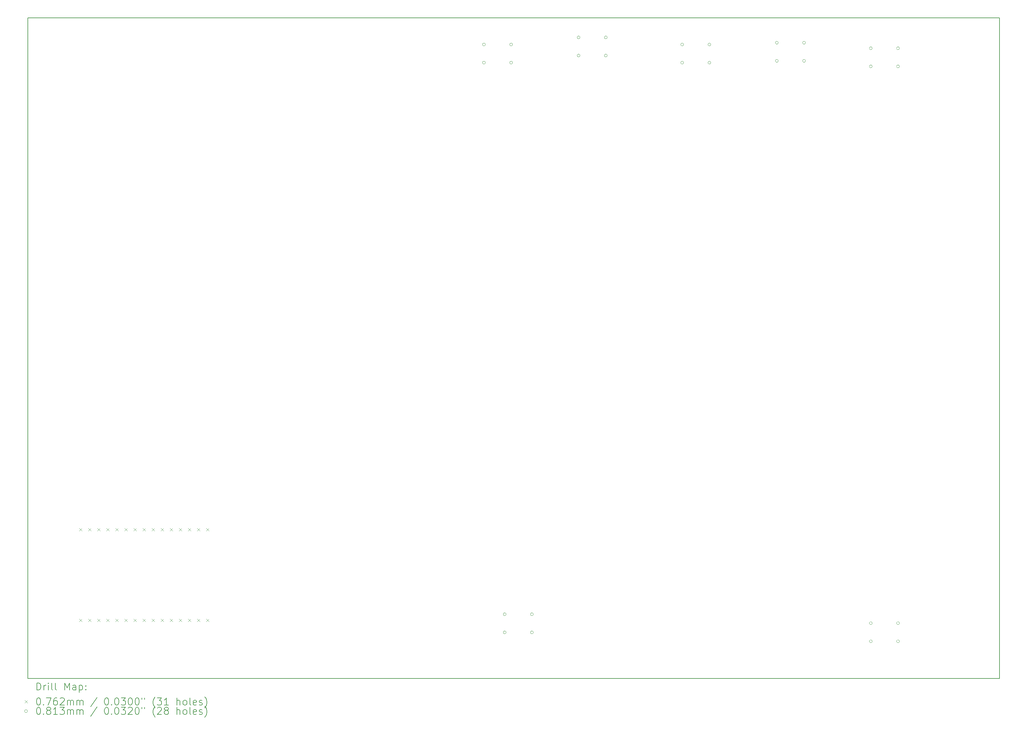
<source format=gbr>
%TF.GenerationSoftware,KiCad,Pcbnew,8.0.6*%
%TF.CreationDate,2024-11-12T14:45:22+00:00*%
%TF.ProjectId,A4,41342e6b-6963-4616-945f-706362585858,rev?*%
%TF.SameCoordinates,Original*%
%TF.FileFunction,Drillmap*%
%TF.FilePolarity,Positive*%
%FSLAX45Y45*%
G04 Gerber Fmt 4.5, Leading zero omitted, Abs format (unit mm)*
G04 Created by KiCad (PCBNEW 8.0.6) date 2024-11-12 14:45:22*
%MOMM*%
%LPD*%
G01*
G04 APERTURE LIST*
%ADD10C,0.200000*%
%ADD11C,0.100000*%
G04 APERTURE END LIST*
D10*
X2500000Y-2500000D02*
X29700000Y-2500000D01*
X29700000Y-21000000D01*
X2500000Y-21000000D01*
X2500000Y-2500000D01*
D11*
X3935220Y-16791900D02*
X4011420Y-16868100D01*
X4011420Y-16791900D02*
X3935220Y-16868100D01*
X3935220Y-19331900D02*
X4011420Y-19408100D01*
X4011420Y-19331900D02*
X3935220Y-19408100D01*
X4189220Y-16791900D02*
X4265420Y-16868100D01*
X4265420Y-16791900D02*
X4189220Y-16868100D01*
X4189220Y-19331900D02*
X4265420Y-19408100D01*
X4265420Y-19331900D02*
X4189220Y-19408100D01*
X4443220Y-16791900D02*
X4519420Y-16868100D01*
X4519420Y-16791900D02*
X4443220Y-16868100D01*
X4443220Y-19331900D02*
X4519420Y-19408100D01*
X4519420Y-19331900D02*
X4443220Y-19408100D01*
X4697220Y-16791900D02*
X4773420Y-16868100D01*
X4773420Y-16791900D02*
X4697220Y-16868100D01*
X4697220Y-16791900D02*
X4773420Y-16868100D01*
X4773420Y-16791900D02*
X4697220Y-16868100D01*
X4697220Y-19331900D02*
X4773420Y-19408100D01*
X4773420Y-19331900D02*
X4697220Y-19408100D01*
X4951220Y-16791900D02*
X5027420Y-16868100D01*
X5027420Y-16791900D02*
X4951220Y-16868100D01*
X4951220Y-19331900D02*
X5027420Y-19408100D01*
X5027420Y-19331900D02*
X4951220Y-19408100D01*
X5205220Y-16791900D02*
X5281420Y-16868100D01*
X5281420Y-16791900D02*
X5205220Y-16868100D01*
X5205220Y-19331900D02*
X5281420Y-19408100D01*
X5281420Y-19331900D02*
X5205220Y-19408100D01*
X5459220Y-16791900D02*
X5535420Y-16868100D01*
X5535420Y-16791900D02*
X5459220Y-16868100D01*
X5459220Y-19331900D02*
X5535420Y-19408100D01*
X5535420Y-19331900D02*
X5459220Y-19408100D01*
X5713220Y-16791900D02*
X5789420Y-16868100D01*
X5789420Y-16791900D02*
X5713220Y-16868100D01*
X5713220Y-19331900D02*
X5789420Y-19408100D01*
X5789420Y-19331900D02*
X5713220Y-19408100D01*
X5967220Y-16791900D02*
X6043420Y-16868100D01*
X6043420Y-16791900D02*
X5967220Y-16868100D01*
X5967220Y-19331900D02*
X6043420Y-19408100D01*
X6043420Y-19331900D02*
X5967220Y-19408100D01*
X6221220Y-16791900D02*
X6297420Y-16868100D01*
X6297420Y-16791900D02*
X6221220Y-16868100D01*
X6221220Y-19331900D02*
X6297420Y-19408100D01*
X6297420Y-19331900D02*
X6221220Y-19408100D01*
X6475220Y-16791900D02*
X6551420Y-16868100D01*
X6551420Y-16791900D02*
X6475220Y-16868100D01*
X6475220Y-19331900D02*
X6551420Y-19408100D01*
X6551420Y-19331900D02*
X6475220Y-19408100D01*
X6729220Y-16791900D02*
X6805420Y-16868100D01*
X6805420Y-16791900D02*
X6729220Y-16868100D01*
X6729220Y-19331900D02*
X6805420Y-19408100D01*
X6805420Y-19331900D02*
X6729220Y-19408100D01*
X6983220Y-16791900D02*
X7059420Y-16868100D01*
X7059420Y-16791900D02*
X6983220Y-16868100D01*
X6983220Y-19331900D02*
X7059420Y-19408100D01*
X7059420Y-19331900D02*
X6983220Y-19408100D01*
X7237220Y-16791900D02*
X7313420Y-16868100D01*
X7313420Y-16791900D02*
X7237220Y-16868100D01*
X7237220Y-19331900D02*
X7313420Y-19408100D01*
X7313420Y-19331900D02*
X7237220Y-19408100D01*
X7491220Y-16791900D02*
X7567420Y-16868100D01*
X7567420Y-16791900D02*
X7491220Y-16868100D01*
X7491220Y-19331900D02*
X7567420Y-19408100D01*
X7567420Y-19331900D02*
X7491220Y-19408100D01*
X15309640Y-3246000D02*
G75*
G02*
X15228360Y-3246000I-40640J0D01*
G01*
X15228360Y-3246000D02*
G75*
G02*
X15309640Y-3246000I40640J0D01*
G01*
X15309640Y-3754000D02*
G75*
G02*
X15228360Y-3754000I-40640J0D01*
G01*
X15228360Y-3754000D02*
G75*
G02*
X15309640Y-3754000I40640J0D01*
G01*
X15890640Y-19200000D02*
G75*
G02*
X15809360Y-19200000I-40640J0D01*
G01*
X15809360Y-19200000D02*
G75*
G02*
X15890640Y-19200000I40640J0D01*
G01*
X15890640Y-19708000D02*
G75*
G02*
X15809360Y-19708000I-40640J0D01*
G01*
X15809360Y-19708000D02*
G75*
G02*
X15890640Y-19708000I40640J0D01*
G01*
X16071640Y-3246000D02*
G75*
G02*
X15990360Y-3246000I-40640J0D01*
G01*
X15990360Y-3246000D02*
G75*
G02*
X16071640Y-3246000I40640J0D01*
G01*
X16071640Y-3754000D02*
G75*
G02*
X15990360Y-3754000I-40640J0D01*
G01*
X15990360Y-3754000D02*
G75*
G02*
X16071640Y-3754000I40640J0D01*
G01*
X16652640Y-19200000D02*
G75*
G02*
X16571360Y-19200000I-40640J0D01*
G01*
X16571360Y-19200000D02*
G75*
G02*
X16652640Y-19200000I40640J0D01*
G01*
X16652640Y-19708000D02*
G75*
G02*
X16571360Y-19708000I-40640J0D01*
G01*
X16571360Y-19708000D02*
G75*
G02*
X16652640Y-19708000I40640J0D01*
G01*
X17959640Y-3046000D02*
G75*
G02*
X17878360Y-3046000I-40640J0D01*
G01*
X17878360Y-3046000D02*
G75*
G02*
X17959640Y-3046000I40640J0D01*
G01*
X17959640Y-3554000D02*
G75*
G02*
X17878360Y-3554000I-40640J0D01*
G01*
X17878360Y-3554000D02*
G75*
G02*
X17959640Y-3554000I40640J0D01*
G01*
X18721640Y-3046000D02*
G75*
G02*
X18640360Y-3046000I-40640J0D01*
G01*
X18640360Y-3046000D02*
G75*
G02*
X18721640Y-3046000I40640J0D01*
G01*
X18721640Y-3554000D02*
G75*
G02*
X18640360Y-3554000I-40640J0D01*
G01*
X18640360Y-3554000D02*
G75*
G02*
X18721640Y-3554000I40640J0D01*
G01*
X20859640Y-3246000D02*
G75*
G02*
X20778360Y-3246000I-40640J0D01*
G01*
X20778360Y-3246000D02*
G75*
G02*
X20859640Y-3246000I40640J0D01*
G01*
X20859640Y-3754000D02*
G75*
G02*
X20778360Y-3754000I-40640J0D01*
G01*
X20778360Y-3754000D02*
G75*
G02*
X20859640Y-3754000I40640J0D01*
G01*
X21621640Y-3246000D02*
G75*
G02*
X21540360Y-3246000I-40640J0D01*
G01*
X21540360Y-3246000D02*
G75*
G02*
X21621640Y-3246000I40640J0D01*
G01*
X21621640Y-3754000D02*
G75*
G02*
X21540360Y-3754000I-40640J0D01*
G01*
X21540360Y-3754000D02*
G75*
G02*
X21621640Y-3754000I40640J0D01*
G01*
X23509640Y-3196000D02*
G75*
G02*
X23428360Y-3196000I-40640J0D01*
G01*
X23428360Y-3196000D02*
G75*
G02*
X23509640Y-3196000I40640J0D01*
G01*
X23509640Y-3704000D02*
G75*
G02*
X23428360Y-3704000I-40640J0D01*
G01*
X23428360Y-3704000D02*
G75*
G02*
X23509640Y-3704000I40640J0D01*
G01*
X24271640Y-3196000D02*
G75*
G02*
X24190360Y-3196000I-40640J0D01*
G01*
X24190360Y-3196000D02*
G75*
G02*
X24271640Y-3196000I40640J0D01*
G01*
X24271640Y-3704000D02*
G75*
G02*
X24190360Y-3704000I-40640J0D01*
G01*
X24190360Y-3704000D02*
G75*
G02*
X24271640Y-3704000I40640J0D01*
G01*
X26140640Y-3350000D02*
G75*
G02*
X26059360Y-3350000I-40640J0D01*
G01*
X26059360Y-3350000D02*
G75*
G02*
X26140640Y-3350000I40640J0D01*
G01*
X26140640Y-3858000D02*
G75*
G02*
X26059360Y-3858000I-40640J0D01*
G01*
X26059360Y-3858000D02*
G75*
G02*
X26140640Y-3858000I40640J0D01*
G01*
X26140640Y-19450000D02*
G75*
G02*
X26059360Y-19450000I-40640J0D01*
G01*
X26059360Y-19450000D02*
G75*
G02*
X26140640Y-19450000I40640J0D01*
G01*
X26140640Y-19958000D02*
G75*
G02*
X26059360Y-19958000I-40640J0D01*
G01*
X26059360Y-19958000D02*
G75*
G02*
X26140640Y-19958000I40640J0D01*
G01*
X26902640Y-3350000D02*
G75*
G02*
X26821360Y-3350000I-40640J0D01*
G01*
X26821360Y-3350000D02*
G75*
G02*
X26902640Y-3350000I40640J0D01*
G01*
X26902640Y-3858000D02*
G75*
G02*
X26821360Y-3858000I-40640J0D01*
G01*
X26821360Y-3858000D02*
G75*
G02*
X26902640Y-3858000I40640J0D01*
G01*
X26902640Y-19450000D02*
G75*
G02*
X26821360Y-19450000I-40640J0D01*
G01*
X26821360Y-19450000D02*
G75*
G02*
X26902640Y-19450000I40640J0D01*
G01*
X26902640Y-19958000D02*
G75*
G02*
X26821360Y-19958000I-40640J0D01*
G01*
X26821360Y-19958000D02*
G75*
G02*
X26902640Y-19958000I40640J0D01*
G01*
D10*
X2750777Y-21321484D02*
X2750777Y-21121484D01*
X2750777Y-21121484D02*
X2798396Y-21121484D01*
X2798396Y-21121484D02*
X2826967Y-21131008D01*
X2826967Y-21131008D02*
X2846015Y-21150055D01*
X2846015Y-21150055D02*
X2855539Y-21169103D01*
X2855539Y-21169103D02*
X2865062Y-21207198D01*
X2865062Y-21207198D02*
X2865062Y-21235770D01*
X2865062Y-21235770D02*
X2855539Y-21273865D01*
X2855539Y-21273865D02*
X2846015Y-21292912D01*
X2846015Y-21292912D02*
X2826967Y-21311960D01*
X2826967Y-21311960D02*
X2798396Y-21321484D01*
X2798396Y-21321484D02*
X2750777Y-21321484D01*
X2950777Y-21321484D02*
X2950777Y-21188150D01*
X2950777Y-21226246D02*
X2960301Y-21207198D01*
X2960301Y-21207198D02*
X2969824Y-21197674D01*
X2969824Y-21197674D02*
X2988872Y-21188150D01*
X2988872Y-21188150D02*
X3007920Y-21188150D01*
X3074586Y-21321484D02*
X3074586Y-21188150D01*
X3074586Y-21121484D02*
X3065062Y-21131008D01*
X3065062Y-21131008D02*
X3074586Y-21140531D01*
X3074586Y-21140531D02*
X3084110Y-21131008D01*
X3084110Y-21131008D02*
X3074586Y-21121484D01*
X3074586Y-21121484D02*
X3074586Y-21140531D01*
X3198396Y-21321484D02*
X3179348Y-21311960D01*
X3179348Y-21311960D02*
X3169824Y-21292912D01*
X3169824Y-21292912D02*
X3169824Y-21121484D01*
X3303158Y-21321484D02*
X3284110Y-21311960D01*
X3284110Y-21311960D02*
X3274586Y-21292912D01*
X3274586Y-21292912D02*
X3274586Y-21121484D01*
X3531729Y-21321484D02*
X3531729Y-21121484D01*
X3531729Y-21121484D02*
X3598396Y-21264341D01*
X3598396Y-21264341D02*
X3665062Y-21121484D01*
X3665062Y-21121484D02*
X3665062Y-21321484D01*
X3846015Y-21321484D02*
X3846015Y-21216722D01*
X3846015Y-21216722D02*
X3836491Y-21197674D01*
X3836491Y-21197674D02*
X3817443Y-21188150D01*
X3817443Y-21188150D02*
X3779348Y-21188150D01*
X3779348Y-21188150D02*
X3760301Y-21197674D01*
X3846015Y-21311960D02*
X3826967Y-21321484D01*
X3826967Y-21321484D02*
X3779348Y-21321484D01*
X3779348Y-21321484D02*
X3760301Y-21311960D01*
X3760301Y-21311960D02*
X3750777Y-21292912D01*
X3750777Y-21292912D02*
X3750777Y-21273865D01*
X3750777Y-21273865D02*
X3760301Y-21254817D01*
X3760301Y-21254817D02*
X3779348Y-21245293D01*
X3779348Y-21245293D02*
X3826967Y-21245293D01*
X3826967Y-21245293D02*
X3846015Y-21235770D01*
X3941253Y-21188150D02*
X3941253Y-21388150D01*
X3941253Y-21197674D02*
X3960301Y-21188150D01*
X3960301Y-21188150D02*
X3998396Y-21188150D01*
X3998396Y-21188150D02*
X4017443Y-21197674D01*
X4017443Y-21197674D02*
X4026967Y-21207198D01*
X4026967Y-21207198D02*
X4036491Y-21226246D01*
X4036491Y-21226246D02*
X4036491Y-21283389D01*
X4036491Y-21283389D02*
X4026967Y-21302436D01*
X4026967Y-21302436D02*
X4017443Y-21311960D01*
X4017443Y-21311960D02*
X3998396Y-21321484D01*
X3998396Y-21321484D02*
X3960301Y-21321484D01*
X3960301Y-21321484D02*
X3941253Y-21311960D01*
X4122205Y-21302436D02*
X4131729Y-21311960D01*
X4131729Y-21311960D02*
X4122205Y-21321484D01*
X4122205Y-21321484D02*
X4112682Y-21311960D01*
X4112682Y-21311960D02*
X4122205Y-21302436D01*
X4122205Y-21302436D02*
X4122205Y-21321484D01*
X4122205Y-21197674D02*
X4131729Y-21207198D01*
X4131729Y-21207198D02*
X4122205Y-21216722D01*
X4122205Y-21216722D02*
X4112682Y-21207198D01*
X4112682Y-21207198D02*
X4122205Y-21197674D01*
X4122205Y-21197674D02*
X4122205Y-21216722D01*
D11*
X2413800Y-21611900D02*
X2490000Y-21688100D01*
X2490000Y-21611900D02*
X2413800Y-21688100D01*
D10*
X2788872Y-21541484D02*
X2807920Y-21541484D01*
X2807920Y-21541484D02*
X2826967Y-21551008D01*
X2826967Y-21551008D02*
X2836491Y-21560531D01*
X2836491Y-21560531D02*
X2846015Y-21579579D01*
X2846015Y-21579579D02*
X2855539Y-21617674D01*
X2855539Y-21617674D02*
X2855539Y-21665293D01*
X2855539Y-21665293D02*
X2846015Y-21703389D01*
X2846015Y-21703389D02*
X2836491Y-21722436D01*
X2836491Y-21722436D02*
X2826967Y-21731960D01*
X2826967Y-21731960D02*
X2807920Y-21741484D01*
X2807920Y-21741484D02*
X2788872Y-21741484D01*
X2788872Y-21741484D02*
X2769824Y-21731960D01*
X2769824Y-21731960D02*
X2760301Y-21722436D01*
X2760301Y-21722436D02*
X2750777Y-21703389D01*
X2750777Y-21703389D02*
X2741253Y-21665293D01*
X2741253Y-21665293D02*
X2741253Y-21617674D01*
X2741253Y-21617674D02*
X2750777Y-21579579D01*
X2750777Y-21579579D02*
X2760301Y-21560531D01*
X2760301Y-21560531D02*
X2769824Y-21551008D01*
X2769824Y-21551008D02*
X2788872Y-21541484D01*
X2941253Y-21722436D02*
X2950777Y-21731960D01*
X2950777Y-21731960D02*
X2941253Y-21741484D01*
X2941253Y-21741484D02*
X2931729Y-21731960D01*
X2931729Y-21731960D02*
X2941253Y-21722436D01*
X2941253Y-21722436D02*
X2941253Y-21741484D01*
X3017443Y-21541484D02*
X3150777Y-21541484D01*
X3150777Y-21541484D02*
X3065062Y-21741484D01*
X3312682Y-21541484D02*
X3274586Y-21541484D01*
X3274586Y-21541484D02*
X3255539Y-21551008D01*
X3255539Y-21551008D02*
X3246015Y-21560531D01*
X3246015Y-21560531D02*
X3226967Y-21589103D01*
X3226967Y-21589103D02*
X3217443Y-21627198D01*
X3217443Y-21627198D02*
X3217443Y-21703389D01*
X3217443Y-21703389D02*
X3226967Y-21722436D01*
X3226967Y-21722436D02*
X3236491Y-21731960D01*
X3236491Y-21731960D02*
X3255539Y-21741484D01*
X3255539Y-21741484D02*
X3293634Y-21741484D01*
X3293634Y-21741484D02*
X3312682Y-21731960D01*
X3312682Y-21731960D02*
X3322205Y-21722436D01*
X3322205Y-21722436D02*
X3331729Y-21703389D01*
X3331729Y-21703389D02*
X3331729Y-21655770D01*
X3331729Y-21655770D02*
X3322205Y-21636722D01*
X3322205Y-21636722D02*
X3312682Y-21627198D01*
X3312682Y-21627198D02*
X3293634Y-21617674D01*
X3293634Y-21617674D02*
X3255539Y-21617674D01*
X3255539Y-21617674D02*
X3236491Y-21627198D01*
X3236491Y-21627198D02*
X3226967Y-21636722D01*
X3226967Y-21636722D02*
X3217443Y-21655770D01*
X3407920Y-21560531D02*
X3417443Y-21551008D01*
X3417443Y-21551008D02*
X3436491Y-21541484D01*
X3436491Y-21541484D02*
X3484110Y-21541484D01*
X3484110Y-21541484D02*
X3503158Y-21551008D01*
X3503158Y-21551008D02*
X3512682Y-21560531D01*
X3512682Y-21560531D02*
X3522205Y-21579579D01*
X3522205Y-21579579D02*
X3522205Y-21598627D01*
X3522205Y-21598627D02*
X3512682Y-21627198D01*
X3512682Y-21627198D02*
X3398396Y-21741484D01*
X3398396Y-21741484D02*
X3522205Y-21741484D01*
X3607920Y-21741484D02*
X3607920Y-21608150D01*
X3607920Y-21627198D02*
X3617443Y-21617674D01*
X3617443Y-21617674D02*
X3636491Y-21608150D01*
X3636491Y-21608150D02*
X3665063Y-21608150D01*
X3665063Y-21608150D02*
X3684110Y-21617674D01*
X3684110Y-21617674D02*
X3693634Y-21636722D01*
X3693634Y-21636722D02*
X3693634Y-21741484D01*
X3693634Y-21636722D02*
X3703158Y-21617674D01*
X3703158Y-21617674D02*
X3722205Y-21608150D01*
X3722205Y-21608150D02*
X3750777Y-21608150D01*
X3750777Y-21608150D02*
X3769824Y-21617674D01*
X3769824Y-21617674D02*
X3779348Y-21636722D01*
X3779348Y-21636722D02*
X3779348Y-21741484D01*
X3874586Y-21741484D02*
X3874586Y-21608150D01*
X3874586Y-21627198D02*
X3884110Y-21617674D01*
X3884110Y-21617674D02*
X3903158Y-21608150D01*
X3903158Y-21608150D02*
X3931729Y-21608150D01*
X3931729Y-21608150D02*
X3950777Y-21617674D01*
X3950777Y-21617674D02*
X3960301Y-21636722D01*
X3960301Y-21636722D02*
X3960301Y-21741484D01*
X3960301Y-21636722D02*
X3969824Y-21617674D01*
X3969824Y-21617674D02*
X3988872Y-21608150D01*
X3988872Y-21608150D02*
X4017443Y-21608150D01*
X4017443Y-21608150D02*
X4036491Y-21617674D01*
X4036491Y-21617674D02*
X4046015Y-21636722D01*
X4046015Y-21636722D02*
X4046015Y-21741484D01*
X4436491Y-21531960D02*
X4265063Y-21789103D01*
X4693634Y-21541484D02*
X4712682Y-21541484D01*
X4712682Y-21541484D02*
X4731729Y-21551008D01*
X4731729Y-21551008D02*
X4741253Y-21560531D01*
X4741253Y-21560531D02*
X4750777Y-21579579D01*
X4750777Y-21579579D02*
X4760301Y-21617674D01*
X4760301Y-21617674D02*
X4760301Y-21665293D01*
X4760301Y-21665293D02*
X4750777Y-21703389D01*
X4750777Y-21703389D02*
X4741253Y-21722436D01*
X4741253Y-21722436D02*
X4731729Y-21731960D01*
X4731729Y-21731960D02*
X4712682Y-21741484D01*
X4712682Y-21741484D02*
X4693634Y-21741484D01*
X4693634Y-21741484D02*
X4674587Y-21731960D01*
X4674587Y-21731960D02*
X4665063Y-21722436D01*
X4665063Y-21722436D02*
X4655539Y-21703389D01*
X4655539Y-21703389D02*
X4646015Y-21665293D01*
X4646015Y-21665293D02*
X4646015Y-21617674D01*
X4646015Y-21617674D02*
X4655539Y-21579579D01*
X4655539Y-21579579D02*
X4665063Y-21560531D01*
X4665063Y-21560531D02*
X4674587Y-21551008D01*
X4674587Y-21551008D02*
X4693634Y-21541484D01*
X4846015Y-21722436D02*
X4855539Y-21731960D01*
X4855539Y-21731960D02*
X4846015Y-21741484D01*
X4846015Y-21741484D02*
X4836491Y-21731960D01*
X4836491Y-21731960D02*
X4846015Y-21722436D01*
X4846015Y-21722436D02*
X4846015Y-21741484D01*
X4979348Y-21541484D02*
X4998396Y-21541484D01*
X4998396Y-21541484D02*
X5017444Y-21551008D01*
X5017444Y-21551008D02*
X5026968Y-21560531D01*
X5026968Y-21560531D02*
X5036491Y-21579579D01*
X5036491Y-21579579D02*
X5046015Y-21617674D01*
X5046015Y-21617674D02*
X5046015Y-21665293D01*
X5046015Y-21665293D02*
X5036491Y-21703389D01*
X5036491Y-21703389D02*
X5026968Y-21722436D01*
X5026968Y-21722436D02*
X5017444Y-21731960D01*
X5017444Y-21731960D02*
X4998396Y-21741484D01*
X4998396Y-21741484D02*
X4979348Y-21741484D01*
X4979348Y-21741484D02*
X4960301Y-21731960D01*
X4960301Y-21731960D02*
X4950777Y-21722436D01*
X4950777Y-21722436D02*
X4941253Y-21703389D01*
X4941253Y-21703389D02*
X4931729Y-21665293D01*
X4931729Y-21665293D02*
X4931729Y-21617674D01*
X4931729Y-21617674D02*
X4941253Y-21579579D01*
X4941253Y-21579579D02*
X4950777Y-21560531D01*
X4950777Y-21560531D02*
X4960301Y-21551008D01*
X4960301Y-21551008D02*
X4979348Y-21541484D01*
X5112682Y-21541484D02*
X5236491Y-21541484D01*
X5236491Y-21541484D02*
X5169825Y-21617674D01*
X5169825Y-21617674D02*
X5198396Y-21617674D01*
X5198396Y-21617674D02*
X5217444Y-21627198D01*
X5217444Y-21627198D02*
X5226968Y-21636722D01*
X5226968Y-21636722D02*
X5236491Y-21655770D01*
X5236491Y-21655770D02*
X5236491Y-21703389D01*
X5236491Y-21703389D02*
X5226968Y-21722436D01*
X5226968Y-21722436D02*
X5217444Y-21731960D01*
X5217444Y-21731960D02*
X5198396Y-21741484D01*
X5198396Y-21741484D02*
X5141253Y-21741484D01*
X5141253Y-21741484D02*
X5122206Y-21731960D01*
X5122206Y-21731960D02*
X5112682Y-21722436D01*
X5360301Y-21541484D02*
X5379349Y-21541484D01*
X5379349Y-21541484D02*
X5398396Y-21551008D01*
X5398396Y-21551008D02*
X5407920Y-21560531D01*
X5407920Y-21560531D02*
X5417444Y-21579579D01*
X5417444Y-21579579D02*
X5426968Y-21617674D01*
X5426968Y-21617674D02*
X5426968Y-21665293D01*
X5426968Y-21665293D02*
X5417444Y-21703389D01*
X5417444Y-21703389D02*
X5407920Y-21722436D01*
X5407920Y-21722436D02*
X5398396Y-21731960D01*
X5398396Y-21731960D02*
X5379349Y-21741484D01*
X5379349Y-21741484D02*
X5360301Y-21741484D01*
X5360301Y-21741484D02*
X5341253Y-21731960D01*
X5341253Y-21731960D02*
X5331729Y-21722436D01*
X5331729Y-21722436D02*
X5322206Y-21703389D01*
X5322206Y-21703389D02*
X5312682Y-21665293D01*
X5312682Y-21665293D02*
X5312682Y-21617674D01*
X5312682Y-21617674D02*
X5322206Y-21579579D01*
X5322206Y-21579579D02*
X5331729Y-21560531D01*
X5331729Y-21560531D02*
X5341253Y-21551008D01*
X5341253Y-21551008D02*
X5360301Y-21541484D01*
X5550777Y-21541484D02*
X5569825Y-21541484D01*
X5569825Y-21541484D02*
X5588872Y-21551008D01*
X5588872Y-21551008D02*
X5598396Y-21560531D01*
X5598396Y-21560531D02*
X5607920Y-21579579D01*
X5607920Y-21579579D02*
X5617444Y-21617674D01*
X5617444Y-21617674D02*
X5617444Y-21665293D01*
X5617444Y-21665293D02*
X5607920Y-21703389D01*
X5607920Y-21703389D02*
X5598396Y-21722436D01*
X5598396Y-21722436D02*
X5588872Y-21731960D01*
X5588872Y-21731960D02*
X5569825Y-21741484D01*
X5569825Y-21741484D02*
X5550777Y-21741484D01*
X5550777Y-21741484D02*
X5531729Y-21731960D01*
X5531729Y-21731960D02*
X5522206Y-21722436D01*
X5522206Y-21722436D02*
X5512682Y-21703389D01*
X5512682Y-21703389D02*
X5503158Y-21665293D01*
X5503158Y-21665293D02*
X5503158Y-21617674D01*
X5503158Y-21617674D02*
X5512682Y-21579579D01*
X5512682Y-21579579D02*
X5522206Y-21560531D01*
X5522206Y-21560531D02*
X5531729Y-21551008D01*
X5531729Y-21551008D02*
X5550777Y-21541484D01*
X5693634Y-21541484D02*
X5693634Y-21579579D01*
X5769825Y-21541484D02*
X5769825Y-21579579D01*
X6065063Y-21817674D02*
X6055539Y-21808150D01*
X6055539Y-21808150D02*
X6036491Y-21779579D01*
X6036491Y-21779579D02*
X6026968Y-21760531D01*
X6026968Y-21760531D02*
X6017444Y-21731960D01*
X6017444Y-21731960D02*
X6007920Y-21684341D01*
X6007920Y-21684341D02*
X6007920Y-21646246D01*
X6007920Y-21646246D02*
X6017444Y-21598627D01*
X6017444Y-21598627D02*
X6026968Y-21570055D01*
X6026968Y-21570055D02*
X6036491Y-21551008D01*
X6036491Y-21551008D02*
X6055539Y-21522436D01*
X6055539Y-21522436D02*
X6065063Y-21512912D01*
X6122206Y-21541484D02*
X6246015Y-21541484D01*
X6246015Y-21541484D02*
X6179348Y-21617674D01*
X6179348Y-21617674D02*
X6207920Y-21617674D01*
X6207920Y-21617674D02*
X6226968Y-21627198D01*
X6226968Y-21627198D02*
X6236491Y-21636722D01*
X6236491Y-21636722D02*
X6246015Y-21655770D01*
X6246015Y-21655770D02*
X6246015Y-21703389D01*
X6246015Y-21703389D02*
X6236491Y-21722436D01*
X6236491Y-21722436D02*
X6226968Y-21731960D01*
X6226968Y-21731960D02*
X6207920Y-21741484D01*
X6207920Y-21741484D02*
X6150777Y-21741484D01*
X6150777Y-21741484D02*
X6131729Y-21731960D01*
X6131729Y-21731960D02*
X6122206Y-21722436D01*
X6436491Y-21741484D02*
X6322206Y-21741484D01*
X6379348Y-21741484D02*
X6379348Y-21541484D01*
X6379348Y-21541484D02*
X6360301Y-21570055D01*
X6360301Y-21570055D02*
X6341253Y-21589103D01*
X6341253Y-21589103D02*
X6322206Y-21598627D01*
X6674587Y-21741484D02*
X6674587Y-21541484D01*
X6760301Y-21741484D02*
X6760301Y-21636722D01*
X6760301Y-21636722D02*
X6750777Y-21617674D01*
X6750777Y-21617674D02*
X6731730Y-21608150D01*
X6731730Y-21608150D02*
X6703158Y-21608150D01*
X6703158Y-21608150D02*
X6684110Y-21617674D01*
X6684110Y-21617674D02*
X6674587Y-21627198D01*
X6884110Y-21741484D02*
X6865063Y-21731960D01*
X6865063Y-21731960D02*
X6855539Y-21722436D01*
X6855539Y-21722436D02*
X6846015Y-21703389D01*
X6846015Y-21703389D02*
X6846015Y-21646246D01*
X6846015Y-21646246D02*
X6855539Y-21627198D01*
X6855539Y-21627198D02*
X6865063Y-21617674D01*
X6865063Y-21617674D02*
X6884110Y-21608150D01*
X6884110Y-21608150D02*
X6912682Y-21608150D01*
X6912682Y-21608150D02*
X6931730Y-21617674D01*
X6931730Y-21617674D02*
X6941253Y-21627198D01*
X6941253Y-21627198D02*
X6950777Y-21646246D01*
X6950777Y-21646246D02*
X6950777Y-21703389D01*
X6950777Y-21703389D02*
X6941253Y-21722436D01*
X6941253Y-21722436D02*
X6931730Y-21731960D01*
X6931730Y-21731960D02*
X6912682Y-21741484D01*
X6912682Y-21741484D02*
X6884110Y-21741484D01*
X7065063Y-21741484D02*
X7046015Y-21731960D01*
X7046015Y-21731960D02*
X7036491Y-21712912D01*
X7036491Y-21712912D02*
X7036491Y-21541484D01*
X7217444Y-21731960D02*
X7198396Y-21741484D01*
X7198396Y-21741484D02*
X7160301Y-21741484D01*
X7160301Y-21741484D02*
X7141253Y-21731960D01*
X7141253Y-21731960D02*
X7131730Y-21712912D01*
X7131730Y-21712912D02*
X7131730Y-21636722D01*
X7131730Y-21636722D02*
X7141253Y-21617674D01*
X7141253Y-21617674D02*
X7160301Y-21608150D01*
X7160301Y-21608150D02*
X7198396Y-21608150D01*
X7198396Y-21608150D02*
X7217444Y-21617674D01*
X7217444Y-21617674D02*
X7226968Y-21636722D01*
X7226968Y-21636722D02*
X7226968Y-21655770D01*
X7226968Y-21655770D02*
X7131730Y-21674817D01*
X7303158Y-21731960D02*
X7322206Y-21741484D01*
X7322206Y-21741484D02*
X7360301Y-21741484D01*
X7360301Y-21741484D02*
X7379349Y-21731960D01*
X7379349Y-21731960D02*
X7388872Y-21712912D01*
X7388872Y-21712912D02*
X7388872Y-21703389D01*
X7388872Y-21703389D02*
X7379349Y-21684341D01*
X7379349Y-21684341D02*
X7360301Y-21674817D01*
X7360301Y-21674817D02*
X7331730Y-21674817D01*
X7331730Y-21674817D02*
X7312682Y-21665293D01*
X7312682Y-21665293D02*
X7303158Y-21646246D01*
X7303158Y-21646246D02*
X7303158Y-21636722D01*
X7303158Y-21636722D02*
X7312682Y-21617674D01*
X7312682Y-21617674D02*
X7331730Y-21608150D01*
X7331730Y-21608150D02*
X7360301Y-21608150D01*
X7360301Y-21608150D02*
X7379349Y-21617674D01*
X7455539Y-21817674D02*
X7465063Y-21808150D01*
X7465063Y-21808150D02*
X7484111Y-21779579D01*
X7484111Y-21779579D02*
X7493634Y-21760531D01*
X7493634Y-21760531D02*
X7503158Y-21731960D01*
X7503158Y-21731960D02*
X7512682Y-21684341D01*
X7512682Y-21684341D02*
X7512682Y-21646246D01*
X7512682Y-21646246D02*
X7503158Y-21598627D01*
X7503158Y-21598627D02*
X7493634Y-21570055D01*
X7493634Y-21570055D02*
X7484111Y-21551008D01*
X7484111Y-21551008D02*
X7465063Y-21522436D01*
X7465063Y-21522436D02*
X7455539Y-21512912D01*
D11*
X2490000Y-21914000D02*
G75*
G02*
X2408720Y-21914000I-40640J0D01*
G01*
X2408720Y-21914000D02*
G75*
G02*
X2490000Y-21914000I40640J0D01*
G01*
D10*
X2788872Y-21805484D02*
X2807920Y-21805484D01*
X2807920Y-21805484D02*
X2826967Y-21815008D01*
X2826967Y-21815008D02*
X2836491Y-21824531D01*
X2836491Y-21824531D02*
X2846015Y-21843579D01*
X2846015Y-21843579D02*
X2855539Y-21881674D01*
X2855539Y-21881674D02*
X2855539Y-21929293D01*
X2855539Y-21929293D02*
X2846015Y-21967389D01*
X2846015Y-21967389D02*
X2836491Y-21986436D01*
X2836491Y-21986436D02*
X2826967Y-21995960D01*
X2826967Y-21995960D02*
X2807920Y-22005484D01*
X2807920Y-22005484D02*
X2788872Y-22005484D01*
X2788872Y-22005484D02*
X2769824Y-21995960D01*
X2769824Y-21995960D02*
X2760301Y-21986436D01*
X2760301Y-21986436D02*
X2750777Y-21967389D01*
X2750777Y-21967389D02*
X2741253Y-21929293D01*
X2741253Y-21929293D02*
X2741253Y-21881674D01*
X2741253Y-21881674D02*
X2750777Y-21843579D01*
X2750777Y-21843579D02*
X2760301Y-21824531D01*
X2760301Y-21824531D02*
X2769824Y-21815008D01*
X2769824Y-21815008D02*
X2788872Y-21805484D01*
X2941253Y-21986436D02*
X2950777Y-21995960D01*
X2950777Y-21995960D02*
X2941253Y-22005484D01*
X2941253Y-22005484D02*
X2931729Y-21995960D01*
X2931729Y-21995960D02*
X2941253Y-21986436D01*
X2941253Y-21986436D02*
X2941253Y-22005484D01*
X3065062Y-21891198D02*
X3046015Y-21881674D01*
X3046015Y-21881674D02*
X3036491Y-21872150D01*
X3036491Y-21872150D02*
X3026967Y-21853103D01*
X3026967Y-21853103D02*
X3026967Y-21843579D01*
X3026967Y-21843579D02*
X3036491Y-21824531D01*
X3036491Y-21824531D02*
X3046015Y-21815008D01*
X3046015Y-21815008D02*
X3065062Y-21805484D01*
X3065062Y-21805484D02*
X3103158Y-21805484D01*
X3103158Y-21805484D02*
X3122205Y-21815008D01*
X3122205Y-21815008D02*
X3131729Y-21824531D01*
X3131729Y-21824531D02*
X3141253Y-21843579D01*
X3141253Y-21843579D02*
X3141253Y-21853103D01*
X3141253Y-21853103D02*
X3131729Y-21872150D01*
X3131729Y-21872150D02*
X3122205Y-21881674D01*
X3122205Y-21881674D02*
X3103158Y-21891198D01*
X3103158Y-21891198D02*
X3065062Y-21891198D01*
X3065062Y-21891198D02*
X3046015Y-21900722D01*
X3046015Y-21900722D02*
X3036491Y-21910246D01*
X3036491Y-21910246D02*
X3026967Y-21929293D01*
X3026967Y-21929293D02*
X3026967Y-21967389D01*
X3026967Y-21967389D02*
X3036491Y-21986436D01*
X3036491Y-21986436D02*
X3046015Y-21995960D01*
X3046015Y-21995960D02*
X3065062Y-22005484D01*
X3065062Y-22005484D02*
X3103158Y-22005484D01*
X3103158Y-22005484D02*
X3122205Y-21995960D01*
X3122205Y-21995960D02*
X3131729Y-21986436D01*
X3131729Y-21986436D02*
X3141253Y-21967389D01*
X3141253Y-21967389D02*
X3141253Y-21929293D01*
X3141253Y-21929293D02*
X3131729Y-21910246D01*
X3131729Y-21910246D02*
X3122205Y-21900722D01*
X3122205Y-21900722D02*
X3103158Y-21891198D01*
X3331729Y-22005484D02*
X3217443Y-22005484D01*
X3274586Y-22005484D02*
X3274586Y-21805484D01*
X3274586Y-21805484D02*
X3255539Y-21834055D01*
X3255539Y-21834055D02*
X3236491Y-21853103D01*
X3236491Y-21853103D02*
X3217443Y-21862627D01*
X3398396Y-21805484D02*
X3522205Y-21805484D01*
X3522205Y-21805484D02*
X3455539Y-21881674D01*
X3455539Y-21881674D02*
X3484110Y-21881674D01*
X3484110Y-21881674D02*
X3503158Y-21891198D01*
X3503158Y-21891198D02*
X3512682Y-21900722D01*
X3512682Y-21900722D02*
X3522205Y-21919770D01*
X3522205Y-21919770D02*
X3522205Y-21967389D01*
X3522205Y-21967389D02*
X3512682Y-21986436D01*
X3512682Y-21986436D02*
X3503158Y-21995960D01*
X3503158Y-21995960D02*
X3484110Y-22005484D01*
X3484110Y-22005484D02*
X3426967Y-22005484D01*
X3426967Y-22005484D02*
X3407920Y-21995960D01*
X3407920Y-21995960D02*
X3398396Y-21986436D01*
X3607920Y-22005484D02*
X3607920Y-21872150D01*
X3607920Y-21891198D02*
X3617443Y-21881674D01*
X3617443Y-21881674D02*
X3636491Y-21872150D01*
X3636491Y-21872150D02*
X3665063Y-21872150D01*
X3665063Y-21872150D02*
X3684110Y-21881674D01*
X3684110Y-21881674D02*
X3693634Y-21900722D01*
X3693634Y-21900722D02*
X3693634Y-22005484D01*
X3693634Y-21900722D02*
X3703158Y-21881674D01*
X3703158Y-21881674D02*
X3722205Y-21872150D01*
X3722205Y-21872150D02*
X3750777Y-21872150D01*
X3750777Y-21872150D02*
X3769824Y-21881674D01*
X3769824Y-21881674D02*
X3779348Y-21900722D01*
X3779348Y-21900722D02*
X3779348Y-22005484D01*
X3874586Y-22005484D02*
X3874586Y-21872150D01*
X3874586Y-21891198D02*
X3884110Y-21881674D01*
X3884110Y-21881674D02*
X3903158Y-21872150D01*
X3903158Y-21872150D02*
X3931729Y-21872150D01*
X3931729Y-21872150D02*
X3950777Y-21881674D01*
X3950777Y-21881674D02*
X3960301Y-21900722D01*
X3960301Y-21900722D02*
X3960301Y-22005484D01*
X3960301Y-21900722D02*
X3969824Y-21881674D01*
X3969824Y-21881674D02*
X3988872Y-21872150D01*
X3988872Y-21872150D02*
X4017443Y-21872150D01*
X4017443Y-21872150D02*
X4036491Y-21881674D01*
X4036491Y-21881674D02*
X4046015Y-21900722D01*
X4046015Y-21900722D02*
X4046015Y-22005484D01*
X4436491Y-21795960D02*
X4265063Y-22053103D01*
X4693634Y-21805484D02*
X4712682Y-21805484D01*
X4712682Y-21805484D02*
X4731729Y-21815008D01*
X4731729Y-21815008D02*
X4741253Y-21824531D01*
X4741253Y-21824531D02*
X4750777Y-21843579D01*
X4750777Y-21843579D02*
X4760301Y-21881674D01*
X4760301Y-21881674D02*
X4760301Y-21929293D01*
X4760301Y-21929293D02*
X4750777Y-21967389D01*
X4750777Y-21967389D02*
X4741253Y-21986436D01*
X4741253Y-21986436D02*
X4731729Y-21995960D01*
X4731729Y-21995960D02*
X4712682Y-22005484D01*
X4712682Y-22005484D02*
X4693634Y-22005484D01*
X4693634Y-22005484D02*
X4674587Y-21995960D01*
X4674587Y-21995960D02*
X4665063Y-21986436D01*
X4665063Y-21986436D02*
X4655539Y-21967389D01*
X4655539Y-21967389D02*
X4646015Y-21929293D01*
X4646015Y-21929293D02*
X4646015Y-21881674D01*
X4646015Y-21881674D02*
X4655539Y-21843579D01*
X4655539Y-21843579D02*
X4665063Y-21824531D01*
X4665063Y-21824531D02*
X4674587Y-21815008D01*
X4674587Y-21815008D02*
X4693634Y-21805484D01*
X4846015Y-21986436D02*
X4855539Y-21995960D01*
X4855539Y-21995960D02*
X4846015Y-22005484D01*
X4846015Y-22005484D02*
X4836491Y-21995960D01*
X4836491Y-21995960D02*
X4846015Y-21986436D01*
X4846015Y-21986436D02*
X4846015Y-22005484D01*
X4979348Y-21805484D02*
X4998396Y-21805484D01*
X4998396Y-21805484D02*
X5017444Y-21815008D01*
X5017444Y-21815008D02*
X5026968Y-21824531D01*
X5026968Y-21824531D02*
X5036491Y-21843579D01*
X5036491Y-21843579D02*
X5046015Y-21881674D01*
X5046015Y-21881674D02*
X5046015Y-21929293D01*
X5046015Y-21929293D02*
X5036491Y-21967389D01*
X5036491Y-21967389D02*
X5026968Y-21986436D01*
X5026968Y-21986436D02*
X5017444Y-21995960D01*
X5017444Y-21995960D02*
X4998396Y-22005484D01*
X4998396Y-22005484D02*
X4979348Y-22005484D01*
X4979348Y-22005484D02*
X4960301Y-21995960D01*
X4960301Y-21995960D02*
X4950777Y-21986436D01*
X4950777Y-21986436D02*
X4941253Y-21967389D01*
X4941253Y-21967389D02*
X4931729Y-21929293D01*
X4931729Y-21929293D02*
X4931729Y-21881674D01*
X4931729Y-21881674D02*
X4941253Y-21843579D01*
X4941253Y-21843579D02*
X4950777Y-21824531D01*
X4950777Y-21824531D02*
X4960301Y-21815008D01*
X4960301Y-21815008D02*
X4979348Y-21805484D01*
X5112682Y-21805484D02*
X5236491Y-21805484D01*
X5236491Y-21805484D02*
X5169825Y-21881674D01*
X5169825Y-21881674D02*
X5198396Y-21881674D01*
X5198396Y-21881674D02*
X5217444Y-21891198D01*
X5217444Y-21891198D02*
X5226968Y-21900722D01*
X5226968Y-21900722D02*
X5236491Y-21919770D01*
X5236491Y-21919770D02*
X5236491Y-21967389D01*
X5236491Y-21967389D02*
X5226968Y-21986436D01*
X5226968Y-21986436D02*
X5217444Y-21995960D01*
X5217444Y-21995960D02*
X5198396Y-22005484D01*
X5198396Y-22005484D02*
X5141253Y-22005484D01*
X5141253Y-22005484D02*
X5122206Y-21995960D01*
X5122206Y-21995960D02*
X5112682Y-21986436D01*
X5312682Y-21824531D02*
X5322206Y-21815008D01*
X5322206Y-21815008D02*
X5341253Y-21805484D01*
X5341253Y-21805484D02*
X5388872Y-21805484D01*
X5388872Y-21805484D02*
X5407920Y-21815008D01*
X5407920Y-21815008D02*
X5417444Y-21824531D01*
X5417444Y-21824531D02*
X5426968Y-21843579D01*
X5426968Y-21843579D02*
X5426968Y-21862627D01*
X5426968Y-21862627D02*
X5417444Y-21891198D01*
X5417444Y-21891198D02*
X5303158Y-22005484D01*
X5303158Y-22005484D02*
X5426968Y-22005484D01*
X5550777Y-21805484D02*
X5569825Y-21805484D01*
X5569825Y-21805484D02*
X5588872Y-21815008D01*
X5588872Y-21815008D02*
X5598396Y-21824531D01*
X5598396Y-21824531D02*
X5607920Y-21843579D01*
X5607920Y-21843579D02*
X5617444Y-21881674D01*
X5617444Y-21881674D02*
X5617444Y-21929293D01*
X5617444Y-21929293D02*
X5607920Y-21967389D01*
X5607920Y-21967389D02*
X5598396Y-21986436D01*
X5598396Y-21986436D02*
X5588872Y-21995960D01*
X5588872Y-21995960D02*
X5569825Y-22005484D01*
X5569825Y-22005484D02*
X5550777Y-22005484D01*
X5550777Y-22005484D02*
X5531729Y-21995960D01*
X5531729Y-21995960D02*
X5522206Y-21986436D01*
X5522206Y-21986436D02*
X5512682Y-21967389D01*
X5512682Y-21967389D02*
X5503158Y-21929293D01*
X5503158Y-21929293D02*
X5503158Y-21881674D01*
X5503158Y-21881674D02*
X5512682Y-21843579D01*
X5512682Y-21843579D02*
X5522206Y-21824531D01*
X5522206Y-21824531D02*
X5531729Y-21815008D01*
X5531729Y-21815008D02*
X5550777Y-21805484D01*
X5693634Y-21805484D02*
X5693634Y-21843579D01*
X5769825Y-21805484D02*
X5769825Y-21843579D01*
X6065063Y-22081674D02*
X6055539Y-22072150D01*
X6055539Y-22072150D02*
X6036491Y-22043579D01*
X6036491Y-22043579D02*
X6026968Y-22024531D01*
X6026968Y-22024531D02*
X6017444Y-21995960D01*
X6017444Y-21995960D02*
X6007920Y-21948341D01*
X6007920Y-21948341D02*
X6007920Y-21910246D01*
X6007920Y-21910246D02*
X6017444Y-21862627D01*
X6017444Y-21862627D02*
X6026968Y-21834055D01*
X6026968Y-21834055D02*
X6036491Y-21815008D01*
X6036491Y-21815008D02*
X6055539Y-21786436D01*
X6055539Y-21786436D02*
X6065063Y-21776912D01*
X6131729Y-21824531D02*
X6141253Y-21815008D01*
X6141253Y-21815008D02*
X6160301Y-21805484D01*
X6160301Y-21805484D02*
X6207920Y-21805484D01*
X6207920Y-21805484D02*
X6226968Y-21815008D01*
X6226968Y-21815008D02*
X6236491Y-21824531D01*
X6236491Y-21824531D02*
X6246015Y-21843579D01*
X6246015Y-21843579D02*
X6246015Y-21862627D01*
X6246015Y-21862627D02*
X6236491Y-21891198D01*
X6236491Y-21891198D02*
X6122206Y-22005484D01*
X6122206Y-22005484D02*
X6246015Y-22005484D01*
X6360301Y-21891198D02*
X6341253Y-21881674D01*
X6341253Y-21881674D02*
X6331729Y-21872150D01*
X6331729Y-21872150D02*
X6322206Y-21853103D01*
X6322206Y-21853103D02*
X6322206Y-21843579D01*
X6322206Y-21843579D02*
X6331729Y-21824531D01*
X6331729Y-21824531D02*
X6341253Y-21815008D01*
X6341253Y-21815008D02*
X6360301Y-21805484D01*
X6360301Y-21805484D02*
X6398396Y-21805484D01*
X6398396Y-21805484D02*
X6417444Y-21815008D01*
X6417444Y-21815008D02*
X6426968Y-21824531D01*
X6426968Y-21824531D02*
X6436491Y-21843579D01*
X6436491Y-21843579D02*
X6436491Y-21853103D01*
X6436491Y-21853103D02*
X6426968Y-21872150D01*
X6426968Y-21872150D02*
X6417444Y-21881674D01*
X6417444Y-21881674D02*
X6398396Y-21891198D01*
X6398396Y-21891198D02*
X6360301Y-21891198D01*
X6360301Y-21891198D02*
X6341253Y-21900722D01*
X6341253Y-21900722D02*
X6331729Y-21910246D01*
X6331729Y-21910246D02*
X6322206Y-21929293D01*
X6322206Y-21929293D02*
X6322206Y-21967389D01*
X6322206Y-21967389D02*
X6331729Y-21986436D01*
X6331729Y-21986436D02*
X6341253Y-21995960D01*
X6341253Y-21995960D02*
X6360301Y-22005484D01*
X6360301Y-22005484D02*
X6398396Y-22005484D01*
X6398396Y-22005484D02*
X6417444Y-21995960D01*
X6417444Y-21995960D02*
X6426968Y-21986436D01*
X6426968Y-21986436D02*
X6436491Y-21967389D01*
X6436491Y-21967389D02*
X6436491Y-21929293D01*
X6436491Y-21929293D02*
X6426968Y-21910246D01*
X6426968Y-21910246D02*
X6417444Y-21900722D01*
X6417444Y-21900722D02*
X6398396Y-21891198D01*
X6674587Y-22005484D02*
X6674587Y-21805484D01*
X6760301Y-22005484D02*
X6760301Y-21900722D01*
X6760301Y-21900722D02*
X6750777Y-21881674D01*
X6750777Y-21881674D02*
X6731730Y-21872150D01*
X6731730Y-21872150D02*
X6703158Y-21872150D01*
X6703158Y-21872150D02*
X6684110Y-21881674D01*
X6684110Y-21881674D02*
X6674587Y-21891198D01*
X6884110Y-22005484D02*
X6865063Y-21995960D01*
X6865063Y-21995960D02*
X6855539Y-21986436D01*
X6855539Y-21986436D02*
X6846015Y-21967389D01*
X6846015Y-21967389D02*
X6846015Y-21910246D01*
X6846015Y-21910246D02*
X6855539Y-21891198D01*
X6855539Y-21891198D02*
X6865063Y-21881674D01*
X6865063Y-21881674D02*
X6884110Y-21872150D01*
X6884110Y-21872150D02*
X6912682Y-21872150D01*
X6912682Y-21872150D02*
X6931730Y-21881674D01*
X6931730Y-21881674D02*
X6941253Y-21891198D01*
X6941253Y-21891198D02*
X6950777Y-21910246D01*
X6950777Y-21910246D02*
X6950777Y-21967389D01*
X6950777Y-21967389D02*
X6941253Y-21986436D01*
X6941253Y-21986436D02*
X6931730Y-21995960D01*
X6931730Y-21995960D02*
X6912682Y-22005484D01*
X6912682Y-22005484D02*
X6884110Y-22005484D01*
X7065063Y-22005484D02*
X7046015Y-21995960D01*
X7046015Y-21995960D02*
X7036491Y-21976912D01*
X7036491Y-21976912D02*
X7036491Y-21805484D01*
X7217444Y-21995960D02*
X7198396Y-22005484D01*
X7198396Y-22005484D02*
X7160301Y-22005484D01*
X7160301Y-22005484D02*
X7141253Y-21995960D01*
X7141253Y-21995960D02*
X7131730Y-21976912D01*
X7131730Y-21976912D02*
X7131730Y-21900722D01*
X7131730Y-21900722D02*
X7141253Y-21881674D01*
X7141253Y-21881674D02*
X7160301Y-21872150D01*
X7160301Y-21872150D02*
X7198396Y-21872150D01*
X7198396Y-21872150D02*
X7217444Y-21881674D01*
X7217444Y-21881674D02*
X7226968Y-21900722D01*
X7226968Y-21900722D02*
X7226968Y-21919770D01*
X7226968Y-21919770D02*
X7131730Y-21938817D01*
X7303158Y-21995960D02*
X7322206Y-22005484D01*
X7322206Y-22005484D02*
X7360301Y-22005484D01*
X7360301Y-22005484D02*
X7379349Y-21995960D01*
X7379349Y-21995960D02*
X7388872Y-21976912D01*
X7388872Y-21976912D02*
X7388872Y-21967389D01*
X7388872Y-21967389D02*
X7379349Y-21948341D01*
X7379349Y-21948341D02*
X7360301Y-21938817D01*
X7360301Y-21938817D02*
X7331730Y-21938817D01*
X7331730Y-21938817D02*
X7312682Y-21929293D01*
X7312682Y-21929293D02*
X7303158Y-21910246D01*
X7303158Y-21910246D02*
X7303158Y-21900722D01*
X7303158Y-21900722D02*
X7312682Y-21881674D01*
X7312682Y-21881674D02*
X7331730Y-21872150D01*
X7331730Y-21872150D02*
X7360301Y-21872150D01*
X7360301Y-21872150D02*
X7379349Y-21881674D01*
X7455539Y-22081674D02*
X7465063Y-22072150D01*
X7465063Y-22072150D02*
X7484111Y-22043579D01*
X7484111Y-22043579D02*
X7493634Y-22024531D01*
X7493634Y-22024531D02*
X7503158Y-21995960D01*
X7503158Y-21995960D02*
X7512682Y-21948341D01*
X7512682Y-21948341D02*
X7512682Y-21910246D01*
X7512682Y-21910246D02*
X7503158Y-21862627D01*
X7503158Y-21862627D02*
X7493634Y-21834055D01*
X7493634Y-21834055D02*
X7484111Y-21815008D01*
X7484111Y-21815008D02*
X7465063Y-21786436D01*
X7465063Y-21786436D02*
X7455539Y-21776912D01*
M02*

</source>
